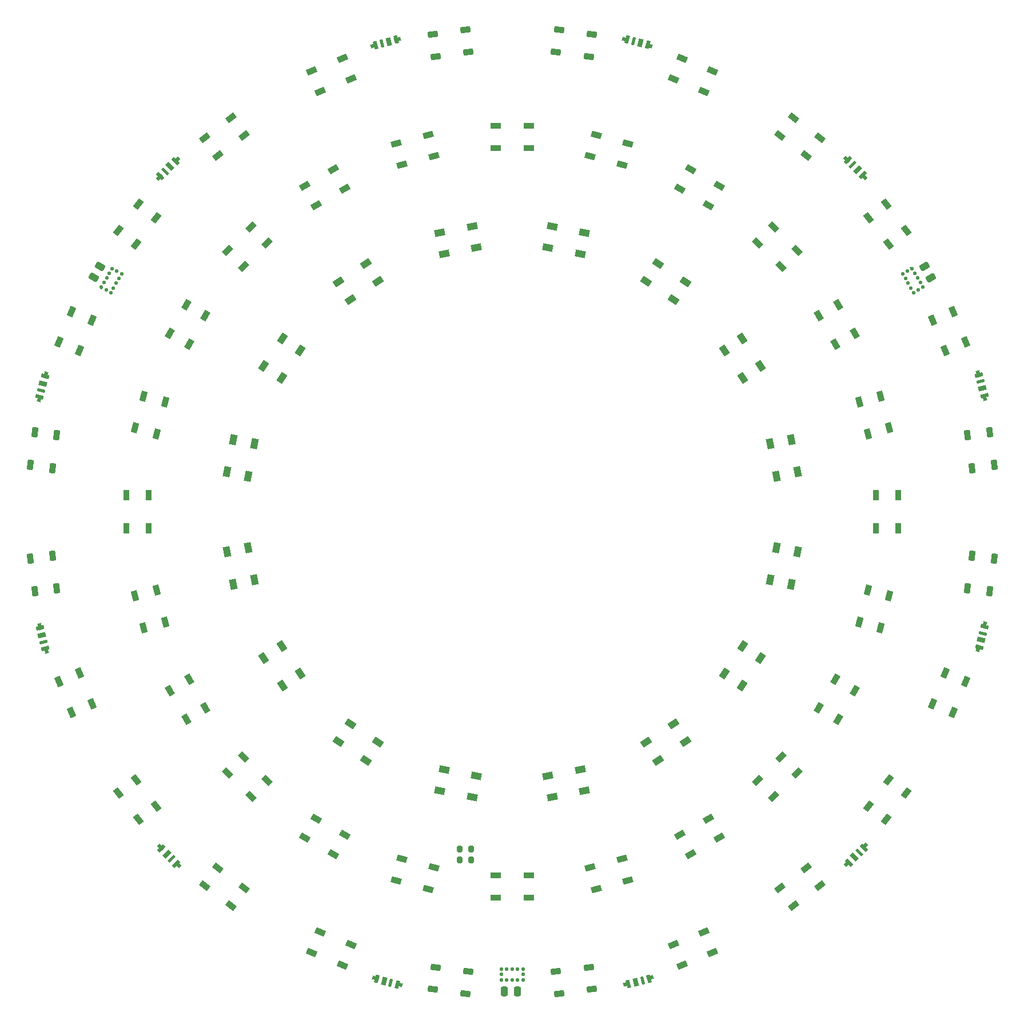
<source format=gtp>
G04 #@! TF.GenerationSoftware,KiCad,Pcbnew,7.0.1-3b83917a11~171~ubuntu22.04.1*
G04 #@! TF.CreationDate,2023-04-05T15:14:01-07:00*
G04 #@! TF.ProjectId,dancing_forest,64616e63-696e-4675-9f66-6f726573742e,rev?*
G04 #@! TF.SameCoordinates,Original*
G04 #@! TF.FileFunction,Paste,Top*
G04 #@! TF.FilePolarity,Positive*
%FSLAX46Y46*%
G04 Gerber Fmt 4.6, Leading zero omitted, Abs format (unit mm)*
G04 Created by KiCad (PCBNEW 7.0.1-3b83917a11~171~ubuntu22.04.1) date 2023-04-05 15:14:01*
%MOMM*%
%LPD*%
G01*
G04 APERTURE LIST*
G04 Aperture macros list*
%AMRoundRect*
0 Rectangle with rounded corners*
0 $1 Rounding radius*
0 $2 $3 $4 $5 $6 $7 $8 $9 X,Y pos of 4 corners*
0 Add a 4 corners polygon primitive as box body*
4,1,4,$2,$3,$4,$5,$6,$7,$8,$9,$2,$3,0*
0 Add four circle primitives for the rounded corners*
1,1,$1+$1,$2,$3*
1,1,$1+$1,$4,$5*
1,1,$1+$1,$6,$7*
1,1,$1+$1,$8,$9*
0 Add four rect primitives between the rounded corners*
20,1,$1+$1,$2,$3,$4,$5,0*
20,1,$1+$1,$4,$5,$6,$7,0*
20,1,$1+$1,$6,$7,$8,$9,0*
20,1,$1+$1,$8,$9,$2,$3,0*%
%AMRotRect*
0 Rectangle, with rotation*
0 The origin of the aperture is its center*
0 $1 length*
0 $2 width*
0 $3 Rotation angle, in degrees counterclockwise*
0 Add horizontal line*
21,1,$1,$2,0,0,$3*%
G04 Aperture macros list end*
%ADD10RoundRect,0.200000X0.200000X0.275000X-0.200000X0.275000X-0.200000X-0.275000X0.200000X-0.275000X0*%
%ADD11RotRect,1.500000X0.900000X172.500000*%
%ADD12RotRect,0.550000X1.000000X105.000000*%
%ADD13RotRect,0.550000X1.200000X15.000000*%
%ADD14RotRect,0.700000X1.200000X15.000000*%
%ADD15RotRect,0.450000X1.200000X15.000000*%
%ADD16RotRect,1.500000X0.900000X45.000000*%
%ADD17RotRect,0.550000X1.000000X75.000000*%
%ADD18RotRect,0.550000X1.200000X345.000000*%
%ADD19RotRect,0.700000X1.200000X345.000000*%
%ADD20RotRect,0.450000X1.200000X345.000000*%
%ADD21RotRect,0.550000X1.000000X255.000000*%
%ADD22RotRect,0.550000X1.200000X165.000000*%
%ADD23RotRect,0.700000X1.200000X165.000000*%
%ADD24RotRect,0.450000X1.200000X165.000000*%
%ADD25RotRect,1.500000X1.000000X281.250000*%
%ADD26RotRect,1.500000X1.000000X168.750000*%
%ADD27R,0.900000X1.500000*%
%ADD28RotRect,1.500000X0.900000X217.500000*%
%ADD29RotRect,1.500000X1.000000X11.250000*%
%ADD30RotRect,1.500000X0.900000X300.000000*%
%ADD31RotRect,1.500000X0.900000X67.500000*%
%ADD32RoundRect,0.250000X0.250000X0.475000X-0.250000X0.475000X-0.250000X-0.475000X0.250000X-0.475000X0*%
%ADD33RotRect,1.500000X0.900000X127.500000*%
%ADD34RotRect,1.500000X0.900000X157.500000*%
%ADD35RotRect,1.500000X1.000000X236.250000*%
%ADD36RotRect,1.500000X0.900000X315.000000*%
%ADD37RoundRect,0.062500X0.127500X0.062500X-0.127500X0.062500X-0.127500X-0.062500X0.127500X-0.062500X0*%
%ADD38RoundRect,0.125000X0.125000X0.125000X-0.125000X0.125000X-0.125000X-0.125000X0.125000X-0.125000X0*%
%ADD39RotRect,1.500000X0.900000X322.500000*%
%ADD40RotRect,1.500000X0.900000X232.500000*%
%ADD41RotRect,0.550000X1.000000X315.000000*%
%ADD42RotRect,0.550000X1.200000X225.000000*%
%ADD43RotRect,0.700000X1.200000X225.000000*%
%ADD44RotRect,0.450000X1.200000X225.000000*%
%ADD45RotRect,1.500000X0.900000X345.000000*%
%ADD46RotRect,0.550000X1.000000X15.000000*%
%ADD47RotRect,0.550000X1.200000X285.000000*%
%ADD48RotRect,0.700000X1.200000X285.000000*%
%ADD49RotRect,0.450000X1.200000X285.000000*%
%ADD50RotRect,0.550000X1.000000X225.000000*%
%ADD51RotRect,0.550000X1.200000X135.000000*%
%ADD52RotRect,0.700000X1.200000X135.000000*%
%ADD53RotRect,0.450000X1.200000X135.000000*%
%ADD54RotRect,1.500000X1.000000X303.750000*%
%ADD55RotRect,1.500000X1.000000X258.750000*%
%ADD56RotRect,1.500000X1.000000X33.750000*%
%ADD57RotRect,1.500000X0.900000X52.500000*%
%ADD58RoundRect,0.062500X-0.117877X0.079168X0.009623X-0.141668X0.117877X-0.079168X-0.009623X0.141668X0*%
%ADD59RoundRect,0.125000X-0.170753X0.045753X-0.045753X-0.170753X0.170753X-0.045753X0.045753X0.170753X0*%
%ADD60RotRect,1.500000X1.000000X56.250000*%
%ADD61RoundRect,0.250000X0.286362X-0.454006X0.536362X-0.020994X-0.286362X0.454006X-0.536362X0.020994X0*%
%ADD62RotRect,1.500000X1.000000X213.750000*%
%ADD63RotRect,1.500000X1.000000X326.250000*%
%ADD64R,1.500000X0.900000*%
%ADD65RotRect,1.500000X0.900000X120.000000*%
%ADD66RotRect,1.500000X0.900000X142.500000*%
%ADD67RotRect,1.500000X0.900000X7.500000*%
%ADD68RotRect,1.500000X0.900000X30.000000*%
%ADD69RotRect,1.500000X0.900000X210.000000*%
%ADD70RotRect,1.500000X0.900000X97.500000*%
%ADD71RoundRect,0.062500X-0.009623X-0.141668X0.117877X0.079168X0.009623X0.141668X-0.117877X-0.079168X0*%
%ADD72RoundRect,0.125000X0.045753X-0.170753X0.170753X0.045753X-0.045753X0.170753X-0.170753X-0.045753X0*%
%ADD73RotRect,1.500000X0.900000X352.500000*%
%ADD74RotRect,1.500000X0.900000X135.000000*%
%ADD75RotRect,1.500000X0.900000X105.000000*%
%ADD76RoundRect,0.250000X-0.536362X-0.020994X-0.286362X-0.454006X0.536362X0.020994X0.286362X0.454006X0*%
%ADD77RotRect,1.500000X0.900000X150.000000*%
%ADD78RotRect,1.500000X0.900000X262.500000*%
%ADD79RotRect,1.500000X0.900000X37.500000*%
%ADD80RotRect,1.500000X0.900000X75.000000*%
%ADD81RotRect,1.500000X0.900000X60.000000*%
%ADD82RotRect,0.550000X1.000000X345.000000*%
%ADD83RotRect,0.550000X1.200000X255.000000*%
%ADD84RotRect,0.700000X1.200000X255.000000*%
%ADD85RotRect,0.450000X1.200000X255.000000*%
%ADD86RotRect,1.500000X0.900000X292.500000*%
%ADD87RotRect,1.500000X0.900000X195.000000*%
%ADD88RotRect,1.500000X0.900000X240.000000*%
%ADD89RotRect,1.500000X1.000000X146.250000*%
%ADD90RotRect,1.500000X0.900000X330.000000*%
%ADD91RotRect,1.500000X0.900000X165.000000*%
%ADD92RotRect,1.500000X0.900000X82.500000*%
%ADD93RotRect,1.500000X0.900000X285.000000*%
%ADD94RotRect,0.550000X1.000000X45.000000*%
%ADD95RotRect,0.550000X1.200000X315.000000*%
%ADD96RotRect,0.700000X1.200000X315.000000*%
%ADD97RotRect,0.450000X1.200000X315.000000*%
%ADD98RotRect,1.500000X0.900000X187.500000*%
%ADD99RotRect,1.500000X1.000000X78.750000*%
%ADD100RotRect,0.550000X1.000000X135.000000*%
%ADD101RotRect,0.550000X1.200000X45.000000*%
%ADD102RotRect,0.700000X1.200000X45.000000*%
%ADD103RotRect,0.450000X1.200000X45.000000*%
%ADD104RotRect,1.500000X1.000000X123.750000*%
%ADD105RotRect,0.550000X1.000000X195.000000*%
%ADD106RotRect,0.550000X1.200000X105.000000*%
%ADD107RotRect,0.700000X1.200000X105.000000*%
%ADD108RotRect,0.450000X1.200000X105.000000*%
%ADD109RotRect,1.500000X1.000000X101.250000*%
%ADD110RotRect,0.550000X1.000000X285.000000*%
%ADD111RotRect,0.550000X1.200000X195.000000*%
%ADD112RotRect,0.700000X1.200000X195.000000*%
%ADD113RotRect,0.450000X1.200000X195.000000*%
%ADD114RotRect,1.500000X0.900000X337.500000*%
%ADD115RotRect,0.550000X1.000000X165.000000*%
%ADD116RotRect,0.550000X1.200000X75.000000*%
%ADD117RotRect,0.700000X1.200000X75.000000*%
%ADD118RotRect,0.450000X1.200000X75.000000*%
%ADD119RotRect,1.500000X0.900000X307.500000*%
%ADD120RotRect,1.500000X1.000000X348.750000*%
%ADD121RotRect,1.500000X0.900000X22.500000*%
%ADD122RotRect,1.500000X0.900000X112.500000*%
%ADD123RotRect,1.500000X0.900000X202.500000*%
%ADD124RotRect,1.500000X0.900000X225.000000*%
%ADD125RotRect,1.500000X0.900000X247.500000*%
%ADD126RotRect,1.500000X1.000000X191.250000*%
%ADD127RotRect,1.500000X0.900000X255.000000*%
%ADD128RotRect,1.500000X0.900000X15.000000*%
%ADD129RotRect,1.500000X0.900000X277.500000*%
G04 APERTURE END LIST*
D10*
X193880000Y-249965000D03*
X192230000Y-249965000D03*
X193880000Y-251555000D03*
X192230000Y-251555000D03*
D11*
X211350505Y-132554533D03*
X211781241Y-129282765D03*
X206923161Y-128643187D03*
X206492425Y-131914955D03*
D12*
X216973486Y-269914207D03*
D13*
X217210231Y-269928417D03*
D14*
X218296897Y-269637246D03*
D15*
X219286971Y-269371956D03*
D13*
X220252897Y-269113137D03*
D12*
X220450819Y-268982458D03*
D16*
X236345288Y-239810111D03*
X238678741Y-242143564D03*
X242143564Y-238678741D03*
X239810111Y-236345288D03*
D17*
X179742366Y-269034222D03*
D18*
X179940288Y-269164901D03*
D19*
X181026954Y-269456072D03*
D20*
X182017028Y-269721362D03*
D18*
X182982954Y-269980181D03*
D17*
X183219699Y-269965971D03*
D21*
X220257634Y-130965778D03*
D22*
X220059712Y-130835099D03*
D23*
X218973046Y-130543928D03*
D24*
X217982972Y-130278638D03*
D22*
X217017046Y-130019819D03*
D21*
X216780301Y-130034029D03*
D25*
X158696519Y-210713771D03*
X161835032Y-210089482D03*
X160879089Y-205283635D03*
X157740576Y-205907924D03*
D26*
X205907924Y-157740576D03*
X205283635Y-160879089D03*
X210089482Y-161835032D03*
X210713771Y-158696519D03*
D27*
X146150000Y-197550000D03*
X142850000Y-197550000D03*
X142850000Y-202450000D03*
X146150000Y-202450000D03*
D28*
X160334872Y-144282834D03*
X158325959Y-141664767D03*
X154438528Y-144647698D03*
X156447441Y-147265765D03*
D29*
X210713771Y-241303481D03*
X210089482Y-238164968D03*
X205283635Y-239120911D03*
X205907924Y-242259424D03*
D30*
X152139532Y-224803238D03*
X149281648Y-226453238D03*
X151731648Y-230696762D03*
X154589532Y-229046762D03*
D31*
X262209591Y-228419917D03*
X265258394Y-229682773D03*
X267133543Y-225155763D03*
X264084740Y-223892907D03*
D32*
X200752620Y-271050000D03*
X198852620Y-271050000D03*
D33*
X255717166Y-160334872D03*
X258335233Y-158325959D03*
X255352302Y-154438528D03*
X252734235Y-156447441D03*
D34*
X228419917Y-137790409D03*
X229682773Y-134741606D03*
X225155763Y-132866457D03*
X223892907Y-135915260D03*
D35*
X163218248Y-178369808D03*
X165878950Y-180147633D03*
X168601244Y-176073432D03*
X165940542Y-174295607D03*
D36*
X160189889Y-236345288D03*
X157856436Y-238678741D03*
X161321259Y-242143564D03*
X163654712Y-239810111D03*
D37*
X201740000Y-269175000D03*
D38*
X201600000Y-269300000D03*
X200800000Y-269300000D03*
X200000000Y-269300000D03*
X199200000Y-269300000D03*
X198400000Y-269300000D03*
X198400000Y-268500000D03*
X198400000Y-267700000D03*
X199200000Y-267700000D03*
X200000000Y-267700000D03*
X200800000Y-267700000D03*
X201600000Y-267700000D03*
X201600000Y-268500000D03*
D39*
X156447441Y-252734235D03*
X154438528Y-255352302D03*
X158325959Y-258335233D03*
X160334872Y-255717166D03*
D40*
X147265765Y-156447441D03*
X144647698Y-154438528D03*
X141664767Y-158325959D03*
X144282834Y-160334872D03*
D27*
X253850000Y-202450000D03*
X257150000Y-202450000D03*
X257150000Y-197550000D03*
X253850000Y-197550000D03*
D41*
X150343426Y-147939263D03*
D42*
X150131294Y-148045329D03*
D43*
X149335799Y-148840824D03*
D44*
X148611014Y-149565608D03*
D42*
X147903908Y-150272715D03*
D41*
X147797842Y-150484847D03*
D45*
X183696076Y-251380999D03*
X182841973Y-254568554D03*
X187575010Y-255836767D03*
X188429113Y-252649212D03*
D46*
X130085793Y-216973486D03*
D47*
X130071583Y-217210231D03*
D48*
X130362754Y-218296897D03*
D49*
X130628044Y-219286971D03*
D47*
X130886863Y-220252897D03*
D46*
X131017542Y-220450819D03*
D50*
X252060737Y-150343426D03*
D51*
X251954671Y-150131294D03*
D52*
X251159176Y-149335799D03*
D53*
X250434392Y-148611014D03*
D51*
X249727285Y-147903908D03*
D50*
X249515153Y-147797842D03*
D54*
X165940542Y-225704393D03*
X168601244Y-223926568D03*
X165878950Y-219852367D03*
X163218248Y-221630192D03*
D55*
X157740576Y-194092076D03*
X160879089Y-194716365D03*
X161835032Y-189910518D03*
X158696519Y-189286229D03*
D56*
X225704393Y-234059458D03*
X223926568Y-231398756D03*
X219852367Y-234121050D03*
X221630192Y-236781752D03*
D57*
X252734235Y-243552559D03*
X255352302Y-245561472D03*
X258335233Y-241674041D03*
X255717166Y-239665128D03*
D58*
X259052371Y-163905616D03*
D59*
X259230624Y-163964359D03*
X259630624Y-164657180D03*
X260030624Y-165350000D03*
X260430624Y-166042820D03*
X260830624Y-166735641D03*
X260137804Y-167135641D03*
X259444984Y-167535641D03*
X259044984Y-166842820D03*
X258644984Y-166150000D03*
X258244984Y-165457180D03*
X257844984Y-164764359D03*
X258537804Y-164364359D03*
D60*
X236781752Y-221630192D03*
X234121050Y-219852367D03*
X231398756Y-223926568D03*
X234059458Y-225704393D03*
D61*
X138030000Y-165275344D03*
X138980000Y-163629896D03*
D62*
X174295607Y-165940542D03*
X176073432Y-168601244D03*
X180147633Y-165878950D03*
X178369808Y-163218248D03*
D63*
X178369808Y-236781752D03*
X180147633Y-234121050D03*
X176073432Y-231398756D03*
X174295607Y-234059458D03*
D64*
X197550000Y-253850000D03*
X197550000Y-257150000D03*
X202450000Y-257150000D03*
X202450000Y-253850000D03*
D65*
X247860468Y-175196762D03*
X250718352Y-173546762D03*
X248268352Y-169303238D03*
X245410468Y-170953238D03*
D66*
X243552559Y-147265765D03*
X245561472Y-144647698D03*
X241674041Y-141664767D03*
X239665128Y-144282834D03*
D67*
X206492425Y-268085045D03*
X206923161Y-271356813D03*
X211781241Y-270717235D03*
X211350505Y-267445467D03*
D68*
X224803238Y-247860468D03*
X226453238Y-250718352D03*
X230696762Y-248268352D03*
X229046762Y-245410468D03*
D69*
X175196762Y-152139532D03*
X173546762Y-149281648D03*
X169303238Y-151731648D03*
X170953238Y-154589532D03*
D70*
X268085045Y-193507575D03*
X271356813Y-193076839D03*
X270717235Y-188218759D03*
X267445467Y-188649495D03*
D71*
X139207629Y-166919384D03*
D72*
X139169376Y-166735641D03*
X139569376Y-166042820D03*
X139969376Y-165350000D03*
X140369376Y-164657180D03*
X140769376Y-163964359D03*
X141462196Y-164364359D03*
X142155016Y-164764359D03*
X141755016Y-165457180D03*
X141355016Y-166150000D03*
X140955016Y-166842820D03*
X140555016Y-167535641D03*
X139862196Y-167135641D03*
D73*
X188649495Y-267445467D03*
X188218759Y-270717235D03*
X193076839Y-271356813D03*
X193507575Y-268085045D03*
D74*
X239810111Y-163654712D03*
X242143564Y-161321259D03*
X238678741Y-157856436D03*
X236345288Y-160189889D03*
D75*
X252649212Y-188429113D03*
X255836767Y-187575010D03*
X254568554Y-182841973D03*
X251380999Y-183696076D03*
D76*
X261022380Y-163692276D03*
X261972380Y-165337724D03*
D77*
X229046762Y-154589532D03*
X230696762Y-151731648D03*
X226453238Y-149281648D03*
X224803238Y-152139532D03*
D78*
X132554533Y-188649495D03*
X129282765Y-188218759D03*
X128643187Y-193076839D03*
X131914955Y-193507575D03*
D79*
X239665128Y-255717166D03*
X241674041Y-258335233D03*
X245561472Y-255352302D03*
X243552559Y-252734235D03*
D80*
X251380999Y-216303924D03*
X254568554Y-217158027D03*
X255836767Y-212424990D03*
X252649212Y-211570887D03*
D81*
X245410468Y-229046762D03*
X248268352Y-230696762D03*
X250718352Y-226453238D03*
X247860468Y-224803238D03*
D82*
X130965778Y-179742366D03*
D83*
X130835099Y-179940288D03*
D84*
X130543928Y-181026954D03*
D85*
X130278638Y-182017028D03*
D83*
X130019819Y-182982954D03*
D82*
X130034029Y-183219699D03*
D86*
X135915260Y-223892907D03*
X132866457Y-225155763D03*
X134741606Y-229682773D03*
X137790409Y-228419917D03*
D64*
X202450000Y-146150000D03*
X202450000Y-142850000D03*
X197550000Y-142850000D03*
X197550000Y-146150000D03*
D87*
X188429113Y-147350788D03*
X187575010Y-144163233D03*
X182841973Y-145431446D03*
X183696076Y-148619001D03*
D88*
X154589532Y-170953238D03*
X151731648Y-169303238D03*
X149281648Y-173546762D03*
X152139532Y-175196762D03*
D89*
X221630192Y-163218248D03*
X219852367Y-165878950D03*
X223926568Y-168601244D03*
X225704393Y-165940542D03*
D90*
X170953238Y-245410468D03*
X169303238Y-248268352D03*
X173546762Y-250718352D03*
X175196762Y-247860468D03*
D91*
X216303924Y-148619001D03*
X217158027Y-145431446D03*
X212424990Y-144163233D03*
X211570887Y-147350788D03*
D92*
X267445467Y-211350505D03*
X270717235Y-211781241D03*
X271356813Y-206923161D03*
X268085045Y-206492425D03*
D93*
X147350788Y-211570887D03*
X144163233Y-212424990D03*
X145431446Y-217158027D03*
X148619001Y-216303924D03*
D94*
X147939263Y-249656574D03*
D95*
X148045329Y-249868706D03*
D96*
X148840824Y-250664201D03*
D97*
X149565608Y-251388986D03*
D95*
X150272715Y-252096092D03*
D94*
X150484847Y-252202158D03*
D98*
X193507575Y-131914955D03*
X193076839Y-128643187D03*
X188218759Y-129282765D03*
X188649495Y-132554533D03*
D99*
X242259424Y-205907924D03*
X239120911Y-205283635D03*
X238164968Y-210089482D03*
X241303481Y-210713771D03*
D100*
X249656574Y-252060737D03*
D101*
X249868706Y-251954671D03*
D102*
X250664201Y-251159176D03*
D103*
X251388986Y-250434392D03*
D101*
X252096092Y-249727285D03*
D100*
X252202158Y-249515153D03*
D104*
X234059458Y-174295607D03*
X231398756Y-176073432D03*
X234121050Y-180147633D03*
X236781752Y-178369808D03*
D105*
X269914207Y-183026514D03*
D106*
X269928417Y-182789769D03*
D107*
X269637246Y-181703103D03*
D108*
X269371956Y-180713029D03*
D106*
X269113137Y-179747103D03*
D105*
X268982458Y-179549181D03*
D109*
X241303481Y-189286229D03*
X238164968Y-189910518D03*
X239120911Y-194716365D03*
X242259424Y-194092076D03*
D110*
X183026514Y-130085793D03*
D111*
X182789769Y-130071583D03*
D112*
X181703103Y-130362754D03*
D113*
X180713029Y-130628044D03*
D111*
X179747103Y-130886863D03*
D110*
X179549181Y-131017542D03*
D114*
X171580083Y-262209591D03*
X170317227Y-265258394D03*
X174844237Y-267133543D03*
X176107093Y-264084740D03*
D115*
X269034222Y-220257634D03*
D116*
X269164901Y-220059712D03*
D117*
X269456072Y-218973046D03*
D118*
X269721362Y-217982972D03*
D116*
X269980181Y-217017046D03*
D115*
X269965971Y-216780301D03*
D119*
X144282834Y-239665128D03*
X141664767Y-241674041D03*
X144647698Y-245561472D03*
X147265765Y-243552559D03*
D120*
X194092076Y-242259424D03*
X194716365Y-239120911D03*
X189910518Y-238164968D03*
X189286229Y-241303481D03*
D121*
X223892907Y-264084740D03*
X225155763Y-267133543D03*
X229682773Y-265258394D03*
X228419917Y-262209591D03*
D122*
X264084740Y-176107093D03*
X267133543Y-174844237D03*
X265258394Y-170317227D03*
X262209591Y-171580083D03*
D123*
X176107093Y-135915260D03*
X174844237Y-132866457D03*
X170317227Y-134741606D03*
X171580083Y-137790409D03*
D124*
X163654712Y-160189889D03*
X161321259Y-157856436D03*
X157856436Y-161321259D03*
X160189889Y-163654712D03*
D125*
X137790409Y-171580083D03*
X134741606Y-170317227D03*
X132866457Y-174844237D03*
X135915260Y-176107093D03*
D126*
X189286229Y-158696519D03*
X189910518Y-161835032D03*
X194716365Y-160879089D03*
X194092076Y-157740576D03*
D127*
X148619001Y-183696076D03*
X145431446Y-182841973D03*
X144163233Y-187575010D03*
X147350788Y-188429113D03*
D128*
X211570887Y-252649212D03*
X212424990Y-255836767D03*
X217158027Y-254568554D03*
X216303924Y-251380999D03*
D129*
X131914955Y-206492425D03*
X128643187Y-206923161D03*
X129282765Y-211781241D03*
X132554533Y-211350505D03*
M02*

</source>
